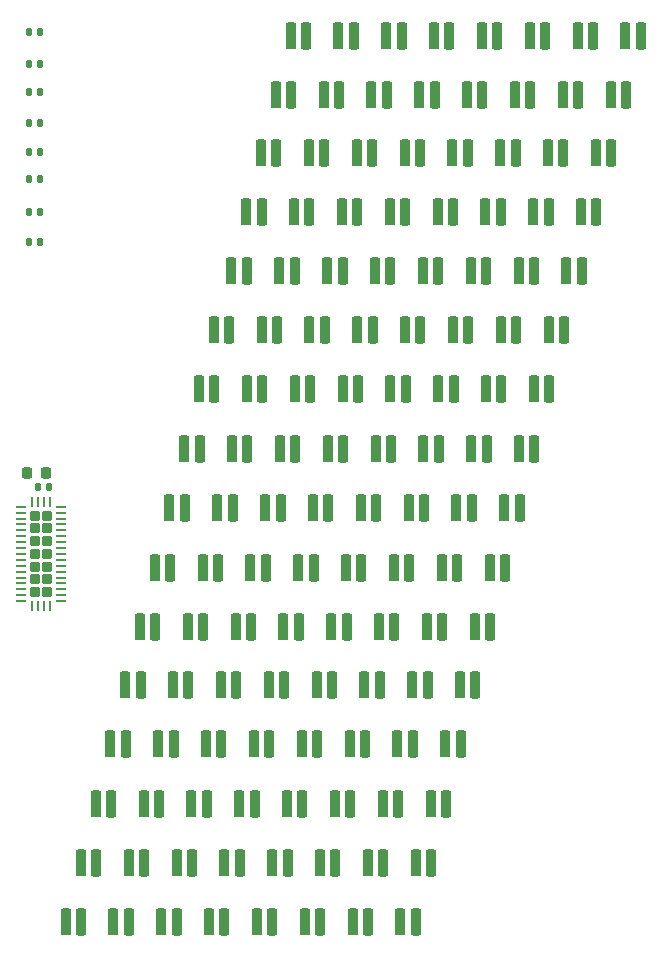
<source format=gbr>
%TF.GenerationSoftware,KiCad,Pcbnew,7.0.1*%
%TF.CreationDate,2023-03-19T16:13:32+09:00*%
%TF.ProjectId,keypad16,6b657970-6164-4313-962e-6b696361645f,rev?*%
%TF.SameCoordinates,Original*%
%TF.FileFunction,Paste,Top*%
%TF.FilePolarity,Positive*%
%FSLAX46Y46*%
G04 Gerber Fmt 4.6, Leading zero omitted, Abs format (unit mm)*
G04 Created by KiCad (PCBNEW 7.0.1) date 2023-03-19 16:13:32*
%MOMM*%
%LPD*%
G01*
G04 APERTURE LIST*
G04 Aperture macros list*
%AMRoundRect*
0 Rectangle with rounded corners*
0 $1 Rounding radius*
0 $2 $3 $4 $5 $6 $7 $8 $9 X,Y pos of 4 corners*
0 Add a 4 corners polygon primitive as box body*
4,1,4,$2,$3,$4,$5,$6,$7,$8,$9,$2,$3,0*
0 Add four circle primitives for the rounded corners*
1,1,$1+$1,$2,$3*
1,1,$1+$1,$4,$5*
1,1,$1+$1,$6,$7*
1,1,$1+$1,$8,$9*
0 Add four rect primitives between the rounded corners*
20,1,$1+$1,$2,$3,$4,$5,0*
20,1,$1+$1,$4,$5,$6,$7,0*
20,1,$1+$1,$6,$7,$8,$9,0*
20,1,$1+$1,$8,$9,$2,$3,0*%
G04 Aperture macros list end*
%ADD10RoundRect,0.228000X-0.228000X0.918500X-0.228000X-0.918500X0.228000X-0.918500X0.228000X0.918500X0*%
%ADD11RoundRect,0.228000X-0.228000X0.915000X-0.228000X-0.915000X0.228000X-0.915000X0.228000X0.915000X0*%
%ADD12RoundRect,0.225000X0.225000X0.250000X-0.225000X0.250000X-0.225000X-0.250000X0.225000X-0.250000X0*%
%ADD13RoundRect,0.207500X-0.207500X-0.227500X0.207500X-0.227500X0.207500X0.227500X-0.207500X0.227500X0*%
%ADD14RoundRect,0.062500X-0.375000X-0.062500X0.375000X-0.062500X0.375000X0.062500X-0.375000X0.062500X0*%
%ADD15RoundRect,0.062500X-0.062500X-0.375000X0.062500X-0.375000X0.062500X0.375000X-0.062500X0.375000X0*%
%ADD16RoundRect,0.140000X-0.140000X-0.170000X0.140000X-0.170000X0.140000X0.170000X-0.140000X0.170000X0*%
%ADD17RoundRect,0.140000X0.140000X0.170000X-0.140000X0.170000X-0.140000X-0.170000X0.140000X-0.170000X0*%
G04 APERTURE END LIST*
D10*
%TO.C,TP123*%
X74300000Y-72244000D03*
D11*
X73000000Y-72244000D03*
%TD*%
D10*
%TO.C,TP4*%
X93900000Y-107300000D03*
D11*
X92600000Y-107300000D03*
%TD*%
D10*
%TO.C,TP21*%
X87050000Y-102300000D03*
D11*
X85750000Y-102300000D03*
%TD*%
D10*
%TO.C,TP96*%
X97000000Y-47300000D03*
D11*
X95700000Y-47300000D03*
%TD*%
D10*
%TO.C,TP107*%
X82400000Y-72244000D03*
D11*
X81100000Y-72244000D03*
%TD*%
D10*
%TO.C,TP98*%
X85200000Y-77244000D03*
D11*
X83900000Y-77244000D03*
%TD*%
D10*
%TO.C,TP27*%
X80500000Y-112300000D03*
D11*
X79200000Y-112300000D03*
%TD*%
D10*
%TO.C,TP17*%
X82000000Y-122300000D03*
D11*
X80700000Y-122300000D03*
%TD*%
D10*
%TO.C,TP121*%
X71800000Y-82244000D03*
D11*
X70500000Y-82244000D03*
%TD*%
D10*
%TO.C,TP92*%
X92000000Y-67244000D03*
D11*
X90700000Y-67244000D03*
%TD*%
D10*
%TO.C,TP97*%
X83950000Y-82244000D03*
D11*
X82650000Y-82244000D03*
%TD*%
D10*
%TO.C,TP109*%
X85150000Y-62244000D03*
D11*
X83850000Y-62244000D03*
%TD*%
D10*
%TO.C,TP26*%
X79250000Y-117300000D03*
D11*
X77950000Y-117300000D03*
%TD*%
D10*
%TO.C,TP56*%
X74600000Y-87300000D03*
D11*
X73300000Y-87300000D03*
%TD*%
D10*
%TO.C,TP1*%
X90100000Y-122300000D03*
D11*
X88800000Y-122300000D03*
%TD*%
D10*
%TO.C,TP42*%
X71150000Y-117300000D03*
D11*
X69850000Y-117300000D03*
%TD*%
D10*
%TO.C,TP71*%
X107900000Y-52300000D03*
D11*
X106600000Y-52300000D03*
%TD*%
D10*
%TO.C,TP57*%
X61750000Y-122300000D03*
D11*
X60450000Y-122300000D03*
%TD*%
D10*
%TO.C,TP32*%
X86750000Y-87300000D03*
D11*
X85450000Y-87300000D03*
%TD*%
D10*
%TO.C,TP72*%
X109150000Y-47300000D03*
D11*
X107850000Y-47300000D03*
%TD*%
D10*
%TO.C,TP38*%
X80200000Y-97350000D03*
D11*
X78900000Y-97350000D03*
%TD*%
D10*
%TO.C,TP91*%
X90500000Y-72244000D03*
D11*
X89200000Y-72244000D03*
%TD*%
D10*
%TO.C,TP127*%
X79550000Y-52300000D03*
D11*
X78250000Y-52300000D03*
%TD*%
D10*
%TO.C,TP60*%
X65550000Y-107300000D03*
D11*
X64250000Y-107300000D03*
%TD*%
D10*
%TO.C,TP125*%
X77050000Y-62244000D03*
D11*
X75750000Y-62244000D03*
%TD*%
D10*
%TO.C,TP118*%
X82350000Y-57244000D03*
D11*
X81050000Y-57244000D03*
%TD*%
D10*
%TO.C,TP89*%
X88000000Y-82244000D03*
D11*
X86700000Y-82244000D03*
%TD*%
D12*
%TO.C,C1*%
X58775000Y-84300000D03*
X57225000Y-84300000D03*
%TD*%
D10*
%TO.C,TP18*%
X83300000Y-117300000D03*
D11*
X82000000Y-117300000D03*
%TD*%
D10*
%TO.C,TP36*%
X77700000Y-107300000D03*
D11*
X76400000Y-107300000D03*
%TD*%
D10*
%TO.C,TP116*%
X79850000Y-67244000D03*
D11*
X78550000Y-67244000D03*
%TD*%
D13*
%TO.C,U1*%
X57850000Y-87930000D03*
X57850000Y-89010000D03*
X57850000Y-90090000D03*
X57850000Y-91170000D03*
X57850000Y-92250000D03*
X57850000Y-93330000D03*
X57850000Y-94410000D03*
X58870000Y-87930000D03*
X58870000Y-89010000D03*
X58870000Y-90090000D03*
X58870000Y-91170000D03*
X58870000Y-92250000D03*
X58870000Y-93330000D03*
X58870000Y-94410000D03*
D14*
X56672500Y-87170000D03*
X56672500Y-87670000D03*
X56672500Y-88170000D03*
X56672500Y-88670000D03*
X56672500Y-89170000D03*
X56672500Y-89670000D03*
X56672500Y-90170000D03*
X56672500Y-90670000D03*
X56672500Y-91170000D03*
X56672500Y-91670000D03*
X56672500Y-92170000D03*
X56672500Y-92670000D03*
X56672500Y-93170000D03*
X56672500Y-93670000D03*
X56672500Y-94170000D03*
X56672500Y-94670000D03*
X56672500Y-95170000D03*
D15*
X57610000Y-95607500D03*
X58110000Y-95607500D03*
X58610000Y-95607500D03*
X59110000Y-95607500D03*
D14*
X60047500Y-95170000D03*
X60047500Y-94670000D03*
X60047500Y-94170000D03*
X60047500Y-93670000D03*
X60047500Y-93170000D03*
X60047500Y-92670000D03*
X60047500Y-92170000D03*
X60047500Y-91670000D03*
X60047500Y-91170000D03*
X60047500Y-90670000D03*
X60047500Y-90170000D03*
X60047500Y-89670000D03*
X60047500Y-89170000D03*
X60047500Y-88670000D03*
X60047500Y-88170000D03*
X60047500Y-87670000D03*
X60047500Y-87170000D03*
D15*
X59110000Y-86732500D03*
X58610000Y-86732500D03*
X58110000Y-86732500D03*
X57610000Y-86732500D03*
%TD*%
D10*
%TO.C,TP77*%
X101350000Y-62244000D03*
D11*
X100050000Y-62244000D03*
%TD*%
D10*
%TO.C,TP84*%
X96050000Y-67244000D03*
D11*
X94750000Y-67244000D03*
%TD*%
D16*
%TO.C,C6*%
X57350000Y-52100000D03*
X58310000Y-52100000D03*
%TD*%
D10*
%TO.C,TP7*%
X97650000Y-92350000D03*
D11*
X96350000Y-92350000D03*
%TD*%
D10*
%TO.C,TP52*%
X69600000Y-107300000D03*
D11*
X68300000Y-107300000D03*
%TD*%
D10*
%TO.C,TP58*%
X63050000Y-117300000D03*
D11*
X61750000Y-117300000D03*
%TD*%
D10*
%TO.C,TP48*%
X78650000Y-87300000D03*
D11*
X77350000Y-87300000D03*
%TD*%
D10*
%TO.C,TP40*%
X82700000Y-87300000D03*
D11*
X81400000Y-87300000D03*
%TD*%
D16*
%TO.C,C10*%
X57350000Y-47000000D03*
X58310000Y-47000000D03*
%TD*%
D10*
%TO.C,TP9*%
X86050000Y-122300000D03*
D11*
X84750000Y-122300000D03*
%TD*%
D10*
%TO.C,TP19*%
X84550000Y-112300000D03*
D11*
X83250000Y-112300000D03*
%TD*%
D10*
%TO.C,TP115*%
X78350000Y-72244000D03*
D11*
X77050000Y-72244000D03*
%TD*%
D10*
%TO.C,TP110*%
X86400000Y-57244000D03*
D11*
X85100000Y-57244000D03*
%TD*%
D10*
%TO.C,TP44*%
X73650000Y-107300000D03*
D11*
X72350000Y-107300000D03*
%TD*%
D10*
%TO.C,TP23*%
X89550000Y-92350000D03*
D11*
X88250000Y-92350000D03*
%TD*%
D10*
%TO.C,TP74*%
X97350000Y-77244000D03*
D11*
X96050000Y-77244000D03*
%TD*%
D10*
%TO.C,TP112*%
X88900000Y-47300000D03*
D11*
X87600000Y-47300000D03*
%TD*%
D10*
%TO.C,TP114*%
X77100000Y-77244000D03*
D11*
X75800000Y-77244000D03*
%TD*%
D10*
%TO.C,TP66*%
X101400000Y-77244000D03*
D11*
X100100000Y-77244000D03*
%TD*%
D10*
%TO.C,TP85*%
X97300000Y-62244000D03*
D11*
X96000000Y-62244000D03*
%TD*%
D10*
%TO.C,TP15*%
X93600000Y-92350000D03*
D11*
X92300000Y-92350000D03*
%TD*%
D10*
%TO.C,TP87*%
X99800000Y-52300000D03*
D11*
X98500000Y-52300000D03*
%TD*%
D10*
%TO.C,TP94*%
X94500000Y-57244000D03*
D11*
X93200000Y-57244000D03*
%TD*%
D10*
%TO.C,TP69*%
X105400000Y-62244000D03*
D11*
X104100000Y-62244000D03*
%TD*%
D10*
%TO.C,TP101*%
X89200000Y-62244000D03*
D11*
X87900000Y-62244000D03*
%TD*%
D10*
%TO.C,TP120*%
X84850000Y-47300000D03*
D11*
X83550000Y-47300000D03*
%TD*%
D10*
%TO.C,TP2*%
X91400000Y-117300000D03*
D11*
X90100000Y-117300000D03*
%TD*%
D10*
%TO.C,TP16*%
X94850000Y-87300000D03*
D11*
X93550000Y-87300000D03*
%TD*%
D10*
%TO.C,TP14*%
X92350000Y-97350000D03*
D11*
X91050000Y-97350000D03*
%TD*%
D10*
%TO.C,TP75*%
X98600000Y-72244000D03*
D11*
X97300000Y-72244000D03*
%TD*%
D10*
%TO.C,TP105*%
X79900000Y-82244000D03*
D11*
X78600000Y-82244000D03*
%TD*%
D10*
%TO.C,TP76*%
X100100000Y-67244000D03*
D11*
X98800000Y-67244000D03*
%TD*%
D16*
%TO.C,C4*%
X57350000Y-54700000D03*
X58310000Y-54700000D03*
%TD*%
D10*
%TO.C,TP95*%
X95750000Y-52300000D03*
D11*
X94450000Y-52300000D03*
%TD*%
D16*
%TO.C,C5*%
X57350000Y-62200000D03*
X58310000Y-62200000D03*
%TD*%
D10*
%TO.C,TP111*%
X87650000Y-52300000D03*
D11*
X86350000Y-52300000D03*
%TD*%
D10*
%TO.C,TP47*%
X77400000Y-92350000D03*
D11*
X76100000Y-92350000D03*
%TD*%
D10*
%TO.C,TP108*%
X83900000Y-67244000D03*
D11*
X82600000Y-67244000D03*
%TD*%
D10*
%TO.C,TP46*%
X76150000Y-97350000D03*
D11*
X74850000Y-97350000D03*
%TD*%
D10*
%TO.C,TP86*%
X98550000Y-57244000D03*
D11*
X97250000Y-57244000D03*
%TD*%
D16*
%TO.C,C3*%
X57350000Y-64800000D03*
X58310000Y-64800000D03*
%TD*%
D10*
%TO.C,TP81*%
X92050000Y-82244000D03*
D11*
X90750000Y-82244000D03*
%TD*%
D10*
%TO.C,TP12*%
X89850000Y-107300000D03*
D11*
X88550000Y-107300000D03*
%TD*%
D10*
%TO.C,TP82*%
X93300000Y-77244000D03*
D11*
X92000000Y-77244000D03*
%TD*%
D10*
%TO.C,TP43*%
X72400000Y-112300000D03*
D11*
X71100000Y-112300000D03*
%TD*%
D10*
%TO.C,TP67*%
X102650000Y-72244000D03*
D11*
X101350000Y-72244000D03*
%TD*%
D10*
%TO.C,TP83*%
X94550000Y-72244000D03*
D11*
X93250000Y-72244000D03*
%TD*%
D10*
%TO.C,TP8*%
X98900000Y-87300000D03*
D11*
X97600000Y-87300000D03*
%TD*%
D10*
%TO.C,TP102*%
X90450000Y-57244000D03*
D11*
X89150000Y-57244000D03*
%TD*%
D10*
%TO.C,TP124*%
X75800000Y-67244000D03*
D11*
X74500000Y-67244000D03*
%TD*%
D10*
%TO.C,TP78*%
X102600000Y-57244000D03*
D11*
X101300000Y-57244000D03*
%TD*%
D10*
%TO.C,TP22*%
X88300000Y-97350000D03*
D11*
X87000000Y-97350000D03*
%TD*%
D10*
%TO.C,TP51*%
X68350000Y-112300000D03*
D11*
X67050000Y-112300000D03*
%TD*%
D10*
%TO.C,TP104*%
X92950000Y-47300000D03*
D11*
X91650000Y-47300000D03*
%TD*%
D10*
%TO.C,TP49*%
X65800000Y-122300000D03*
D11*
X64500000Y-122300000D03*
%TD*%
D10*
%TO.C,TP88*%
X101050000Y-47300000D03*
D11*
X99750000Y-47300000D03*
%TD*%
D10*
%TO.C,TP55*%
X73350000Y-92350000D03*
D11*
X72050000Y-92350000D03*
%TD*%
D16*
%TO.C,C8*%
X57350000Y-49700000D03*
X58310000Y-49700000D03*
%TD*%
D10*
%TO.C,TP24*%
X90800000Y-87300000D03*
D11*
X89500000Y-87300000D03*
%TD*%
D10*
%TO.C,TP29*%
X83000000Y-102300000D03*
D11*
X81700000Y-102300000D03*
%TD*%
D10*
%TO.C,TP6*%
X96400000Y-97350000D03*
D11*
X95100000Y-97350000D03*
%TD*%
D10*
%TO.C,TP25*%
X77950000Y-122300000D03*
D11*
X76650000Y-122300000D03*
%TD*%
D16*
%TO.C,C7*%
X57350000Y-59450000D03*
X58310000Y-59450000D03*
%TD*%
D10*
%TO.C,TP113*%
X75850000Y-82244000D03*
D11*
X74550000Y-82244000D03*
%TD*%
D10*
%TO.C,TP3*%
X92650000Y-112300000D03*
D11*
X91350000Y-112300000D03*
%TD*%
D17*
%TO.C,C2*%
X59080000Y-85500000D03*
X58120000Y-85500000D03*
%TD*%
D10*
%TO.C,TP117*%
X81100000Y-62244000D03*
D11*
X79800000Y-62244000D03*
%TD*%
D10*
%TO.C,TP39*%
X81450000Y-92350000D03*
D11*
X80150000Y-92350000D03*
%TD*%
D10*
%TO.C,TP10*%
X87350000Y-117300000D03*
D11*
X86050000Y-117300000D03*
%TD*%
D10*
%TO.C,TP128*%
X80800000Y-47300000D03*
D11*
X79500000Y-47300000D03*
%TD*%
D10*
%TO.C,TP70*%
X106650000Y-57244000D03*
D11*
X105350000Y-57244000D03*
%TD*%
D10*
%TO.C,TP80*%
X105100000Y-47300000D03*
D11*
X103800000Y-47300000D03*
%TD*%
D10*
%TO.C,TP79*%
X103850000Y-52300000D03*
D11*
X102550000Y-52300000D03*
%TD*%
D10*
%TO.C,TP126*%
X78300000Y-57244000D03*
D11*
X77000000Y-57244000D03*
%TD*%
D10*
%TO.C,TP54*%
X72100000Y-97350000D03*
D11*
X70800000Y-97350000D03*
%TD*%
D10*
%TO.C,TP64*%
X70550000Y-87300000D03*
D11*
X69250000Y-87300000D03*
%TD*%
D10*
%TO.C,TP65*%
X100150000Y-82244000D03*
D11*
X98850000Y-82244000D03*
%TD*%
D10*
%TO.C,TP61*%
X66800000Y-102300000D03*
D11*
X65500000Y-102300000D03*
%TD*%
D10*
%TO.C,TP5*%
X95150000Y-102300000D03*
D11*
X93850000Y-102300000D03*
%TD*%
D10*
%TO.C,TP106*%
X81150000Y-77244000D03*
D11*
X79850000Y-77244000D03*
%TD*%
D10*
%TO.C,TP99*%
X86450000Y-72244000D03*
D11*
X85150000Y-72244000D03*
%TD*%
D10*
%TO.C,TP28*%
X81750000Y-107300000D03*
D11*
X80450000Y-107300000D03*
%TD*%
D10*
%TO.C,TP53*%
X70850000Y-102300000D03*
D11*
X69550000Y-102300000D03*
%TD*%
D10*
%TO.C,TP30*%
X84250000Y-97350000D03*
D11*
X82950000Y-97350000D03*
%TD*%
D10*
%TO.C,TP119*%
X83600000Y-52300000D03*
D11*
X82300000Y-52300000D03*
%TD*%
D10*
%TO.C,TP90*%
X89250000Y-77244000D03*
D11*
X87950000Y-77244000D03*
%TD*%
D10*
%TO.C,TP68*%
X104150000Y-67244000D03*
D11*
X102850000Y-67244000D03*
%TD*%
D16*
%TO.C,C9*%
X57350000Y-57150000D03*
X58310000Y-57150000D03*
%TD*%
D10*
%TO.C,TP20*%
X85800000Y-107300000D03*
D11*
X84500000Y-107300000D03*
%TD*%
D10*
%TO.C,TP59*%
X64300000Y-112300000D03*
D11*
X63000000Y-112300000D03*
%TD*%
D10*
%TO.C,TP41*%
X69850000Y-122300000D03*
D11*
X68550000Y-122300000D03*
%TD*%
D10*
%TO.C,TP50*%
X67100000Y-117300000D03*
D11*
X65800000Y-117300000D03*
%TD*%
D10*
%TO.C,TP37*%
X78950000Y-102300000D03*
D11*
X77650000Y-102300000D03*
%TD*%
D10*
%TO.C,TP93*%
X93250000Y-62244000D03*
D11*
X91950000Y-62244000D03*
%TD*%
D10*
%TO.C,TP73*%
X96100000Y-82244000D03*
D11*
X94800000Y-82244000D03*
%TD*%
D10*
%TO.C,TP45*%
X74900000Y-102300000D03*
D11*
X73600000Y-102300000D03*
%TD*%
D10*
%TO.C,TP34*%
X75200000Y-117300000D03*
D11*
X73900000Y-117300000D03*
%TD*%
D10*
%TO.C,TP35*%
X76450000Y-112300000D03*
D11*
X75150000Y-112300000D03*
%TD*%
D10*
%TO.C,TP11*%
X88600000Y-112300000D03*
D11*
X87300000Y-112300000D03*
%TD*%
D10*
%TO.C,TP13*%
X91100000Y-102300000D03*
D11*
X89800000Y-102300000D03*
%TD*%
D10*
%TO.C,TP103*%
X91700000Y-52300000D03*
D11*
X90400000Y-52300000D03*
%TD*%
D10*
%TO.C,TP62*%
X68050000Y-97350000D03*
D11*
X66750000Y-97350000D03*
%TD*%
D10*
%TO.C,TP33*%
X73900000Y-122300000D03*
D11*
X72600000Y-122300000D03*
%TD*%
D10*
%TO.C,TP31*%
X85500000Y-92350000D03*
D11*
X84200000Y-92350000D03*
%TD*%
D10*
%TO.C,TP63*%
X69300000Y-92350000D03*
D11*
X68000000Y-92350000D03*
%TD*%
D10*
%TO.C,TP100*%
X87950000Y-67244000D03*
D11*
X86650000Y-67244000D03*
%TD*%
D10*
%TO.C,TP122*%
X73050000Y-77244000D03*
D11*
X71750000Y-77244000D03*
%TD*%
M02*

</source>
